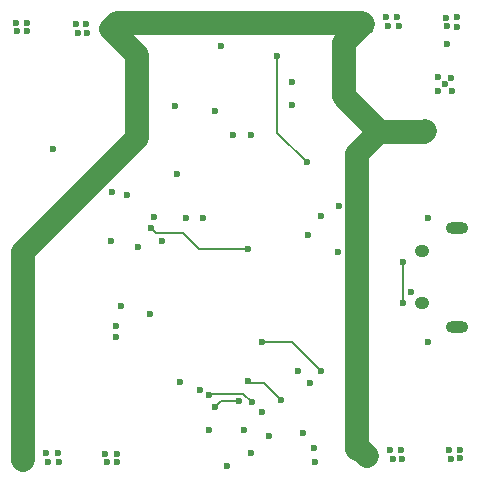
<source format=gbr>
%TF.GenerationSoftware,KiCad,Pcbnew,9.0.3*%
%TF.CreationDate,2025-08-28T18:14:40+08:00*%
%TF.ProjectId,STM_Board,53544d5f-426f-4617-9264-2e6b69636164,rev?*%
%TF.SameCoordinates,Original*%
%TF.FileFunction,Copper,L4,Bot*%
%TF.FilePolarity,Positive*%
%FSLAX46Y46*%
G04 Gerber Fmt 4.6, Leading zero omitted, Abs format (unit mm)*
G04 Created by KiCad (PCBNEW 9.0.3) date 2025-08-28 18:14:40*
%MOMM*%
%LPD*%
G01*
G04 APERTURE LIST*
%TA.AperFunction,HeatsinkPad*%
%ADD10O,1.900000X1.000000*%
%TD*%
%TA.AperFunction,HeatsinkPad*%
%ADD11O,1.250000X1.050000*%
%TD*%
%TA.AperFunction,ViaPad*%
%ADD12C,0.600000*%
%TD*%
%TA.AperFunction,Conductor*%
%ADD13C,0.200000*%
%TD*%
%TA.AperFunction,Conductor*%
%ADD14C,2.000000*%
%TD*%
G04 APERTURE END LIST*
D10*
%TO.P,J1,6,Shield*%
%TO.N,GND*%
X163694000Y-78175000D03*
D11*
X160694000Y-76225000D03*
X160694000Y-71775000D03*
D10*
X163694000Y-69825000D03*
%TD*%
D12*
%TO.N,GND*%
X159800000Y-75250000D03*
X163150000Y-57150000D03*
X135195000Y-76450000D03*
X162650000Y-57650000D03*
X127250000Y-53150000D03*
X162850000Y-52750000D03*
X140195000Y-82855000D03*
X134800000Y-79050000D03*
X129855231Y-88891616D03*
X134350000Y-70960000D03*
X137650000Y-77100000D03*
X147195000Y-85450000D03*
X150650000Y-87150000D03*
X126450000Y-53150000D03*
X144695000Y-61950000D03*
X149695000Y-59450000D03*
X129450000Y-63150000D03*
X159030144Y-89418728D03*
X131450000Y-52550000D03*
X128850000Y-88850000D03*
X139800000Y-59500000D03*
X157850000Y-52750000D03*
X129950000Y-89650000D03*
X146195000Y-88850000D03*
X132250000Y-52550000D03*
X161195000Y-79450000D03*
X142195000Y-68950000D03*
X163250000Y-58250000D03*
X158750000Y-52750000D03*
X146195000Y-61950000D03*
X133850000Y-88950000D03*
X163030144Y-88618728D03*
X163650000Y-51950000D03*
X162050000Y-58250000D03*
X134050000Y-89650000D03*
X138000000Y-68897646D03*
X134850000Y-88950000D03*
X157650000Y-51950000D03*
X161195000Y-68950000D03*
X144195000Y-89950000D03*
X131550000Y-53350000D03*
X127250000Y-52450000D03*
X132350000Y-53350000D03*
X129050000Y-89650000D03*
X163650000Y-52850000D03*
X162850000Y-54250000D03*
X162050000Y-57050000D03*
X152150000Y-68850000D03*
X162750000Y-52050000D03*
X151650000Y-89650000D03*
X163930144Y-88618728D03*
X158030144Y-88618728D03*
X136695000Y-71450000D03*
X158930144Y-88618728D03*
X134450000Y-66750000D03*
X163130144Y-89418728D03*
X134850000Y-89650000D03*
X153695000Y-67950000D03*
X158230144Y-89418728D03*
X126350000Y-52450000D03*
X158634304Y-51942746D03*
X153597500Y-71852500D03*
X163950000Y-89350000D03*
X151195000Y-82950000D03*
X143195000Y-59950000D03*
%TO.N,/IMU1/3V3*%
X147728550Y-87483550D03*
X151550000Y-88500000D03*
X141919265Y-83574265D03*
X142695000Y-86950000D03*
X151058626Y-70445000D03*
X149695000Y-57450000D03*
X134800000Y-78100000D03*
X135750000Y-67050000D03*
X143695000Y-54450000D03*
X150195000Y-81950000D03*
X140695000Y-68950000D03*
X138695000Y-70950000D03*
X140000000Y-65275000D03*
X145678152Y-86950000D03*
%TO.N,Net-(STM3V3-IN)*%
X150950000Y-64250000D03*
X148450000Y-55250000D03*
%TO.N,/STM32/BATT*%
X127450000Y-88850000D03*
X134750000Y-53350000D03*
X160950000Y-61650000D03*
X159650000Y-61750000D03*
X156050000Y-52250000D03*
X133850000Y-52550000D03*
X158250000Y-61700000D03*
X126450000Y-89650000D03*
X127450000Y-89650000D03*
X126450000Y-88850000D03*
X158850000Y-61700000D03*
X156430144Y-88618728D03*
X160350000Y-61700000D03*
X156350000Y-53050000D03*
X156430144Y-89418728D03*
X155350000Y-52850000D03*
X134850000Y-52550000D03*
X155530144Y-88618728D03*
X133950000Y-53350000D03*
X155630144Y-89318728D03*
X161550000Y-61750000D03*
X155350000Y-51850000D03*
%TO.N,/STM32/S3*%
X152195000Y-81950000D03*
X147195000Y-79450000D03*
%TO.N,Net-(U2-PC5)*%
X145963517Y-82822065D03*
X148775000Y-84375000D03*
%TO.N,/STM32/AP_CS*%
X146296000Y-84551000D03*
X142695000Y-83950000D03*
%TO.N,/STM32/AP_SCLK*%
X143195000Y-84950000D03*
X145200000Y-84450000D03*
%TO.N,/STM32/5V_USB1*%
X159100000Y-72700000D03*
X159100000Y-76200000D03*
%TO.N,/STM32/RX_SBUS*%
X137750000Y-69850000D03*
X145950000Y-71650000D03*
%TD*%
D13*
%TO.N,Net-(STM3V3-IN)*%
X148450000Y-61750000D02*
X148450000Y-55250000D01*
X150950000Y-64250000D02*
X148450000Y-61750000D01*
D14*
%TO.N,/STM32/BATT*%
X155700000Y-52600000D02*
X155750000Y-52550000D01*
X154100000Y-54200000D02*
X154100000Y-58700000D01*
X160900000Y-61700000D02*
X160950000Y-61650000D01*
X136600000Y-55200000D02*
X134350000Y-52950000D01*
X136600000Y-62200000D02*
X136600000Y-55200000D01*
X155195000Y-63605000D02*
X155195000Y-88570000D01*
X160350000Y-61700000D02*
X160900000Y-61700000D01*
X134849000Y-52451000D02*
X155350000Y-52451000D01*
X155700000Y-52600000D02*
X154100000Y-54200000D01*
X155195000Y-88570000D02*
X155470000Y-88570000D01*
X155470000Y-88570000D02*
X156050000Y-89150000D01*
X134350000Y-52950000D02*
X134849000Y-52451000D01*
X126950000Y-71850000D02*
X136600000Y-62200000D01*
X155651000Y-52451000D02*
X155750000Y-52550000D01*
X157100000Y-61700000D02*
X155195000Y-63605000D01*
X157100000Y-61700000D02*
X160350000Y-61700000D01*
X154100000Y-58700000D02*
X157100000Y-61700000D01*
X126950000Y-89449000D02*
X126950000Y-71850000D01*
D13*
%TO.N,/STM32/S3*%
X149695000Y-79450000D02*
X147195000Y-79450000D01*
X152195000Y-81950000D02*
X149695000Y-79450000D01*
%TO.N,Net-(U2-PC5)*%
X146195000Y-82950000D02*
X147350000Y-82950000D01*
X147350000Y-82950000D02*
X148775000Y-84375000D01*
X145963517Y-82822065D02*
X146067065Y-82822065D01*
X146067065Y-82822065D02*
X146195000Y-82950000D01*
%TO.N,/STM32/AP_CS*%
X142695000Y-83950000D02*
X142796000Y-83849000D01*
X146296000Y-84551000D02*
X145594000Y-83849000D01*
X145594000Y-83849000D02*
X142796000Y-83849000D01*
%TO.N,/STM32/AP_SCLK*%
X143695000Y-84450000D02*
X143195000Y-84950000D01*
X145200000Y-84450000D02*
X143695000Y-84450000D01*
%TO.N,/STM32/5V_USB1*%
X159100000Y-76200000D02*
X159100000Y-72700000D01*
%TO.N,/STM32/RX_SBUS*%
X140450000Y-70250000D02*
X141850000Y-71650000D01*
X138150000Y-70250000D02*
X140450000Y-70250000D01*
X141850000Y-71650000D02*
X145950000Y-71650000D01*
X137750000Y-69850000D02*
X138150000Y-70250000D01*
%TD*%
M02*

</source>
